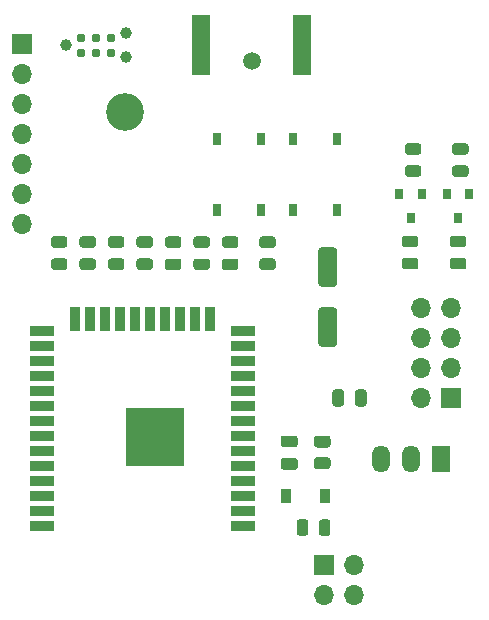
<source format=gts>
G04 #@! TF.GenerationSoftware,KiCad,Pcbnew,(5.1.9-0-10_14)*
G04 #@! TF.CreationDate,2021-10-19T11:17:07+02:00*
G04 #@! TF.ProjectId,ithowifi_4l,6974686f-7769-4666-995f-346c2e6b6963,rev?*
G04 #@! TF.SameCoordinates,Original*
G04 #@! TF.FileFunction,Soldermask,Top*
G04 #@! TF.FilePolarity,Negative*
%FSLAX46Y46*%
G04 Gerber Fmt 4.6, Leading zero omitted, Abs format (unit mm)*
G04 Created by KiCad (PCBNEW (5.1.9-0-10_14)) date 2021-10-19 11:17:07*
%MOMM*%
%LPD*%
G01*
G04 APERTURE LIST*
%ADD10R,0.750000X1.000000*%
%ADD11C,1.500000*%
%ADD12R,0.900000X1.200000*%
%ADD13O,1.700000X1.700000*%
%ADD14R,1.700000X1.700000*%
%ADD15C,3.200000*%
%ADD16C,0.787400*%
%ADD17C,0.990600*%
%ADD18R,2.000000X0.900000*%
%ADD19R,0.900000X2.000000*%
%ADD20R,5.000000X5.000000*%
%ADD21R,1.500000X5.080000*%
%ADD22R,0.800000X0.900000*%
%ADD23O,1.500000X2.300000*%
%ADD24R,1.500000X2.300000*%
G04 APERTURE END LIST*
D10*
X102265000Y-115872000D03*
X102265000Y-121872000D03*
X106015000Y-121872000D03*
X106015000Y-115872000D03*
X112415400Y-121872000D03*
X112415400Y-115872000D03*
X108665400Y-115872000D03*
X108665400Y-121872000D03*
D11*
X105182180Y-109251460D03*
G36*
G01*
X111621502Y-141977500D02*
X110721498Y-141977500D01*
G75*
G02*
X110471500Y-141727502I0J249998D01*
G01*
X110471500Y-141202498D01*
G75*
G02*
X110721498Y-140952500I249998J0D01*
G01*
X111621502Y-140952500D01*
G75*
G02*
X111871500Y-141202498I0J-249998D01*
G01*
X111871500Y-141727502D01*
G75*
G02*
X111621502Y-141977500I-249998J0D01*
G01*
G37*
G36*
G01*
X111621502Y-143802500D02*
X110721498Y-143802500D01*
G75*
G02*
X110471500Y-143552502I0J249998D01*
G01*
X110471500Y-143027498D01*
G75*
G02*
X110721498Y-142777500I249998J0D01*
G01*
X111621502Y-142777500D01*
G75*
G02*
X111871500Y-143027498I0J-249998D01*
G01*
X111871500Y-143552502D01*
G75*
G02*
X111621502Y-143802500I-249998J0D01*
G01*
G37*
D12*
X108125500Y-146084000D03*
X111425500Y-146084000D03*
G36*
G01*
X108852500Y-141951000D02*
X107902500Y-141951000D01*
G75*
G02*
X107652500Y-141701000I0J250000D01*
G01*
X107652500Y-141201000D01*
G75*
G02*
X107902500Y-140951000I250000J0D01*
G01*
X108852500Y-140951000D01*
G75*
G02*
X109102500Y-141201000I0J-250000D01*
G01*
X109102500Y-141701000D01*
G75*
G02*
X108852500Y-141951000I-250000J0D01*
G01*
G37*
G36*
G01*
X108852500Y-143851000D02*
X107902500Y-143851000D01*
G75*
G02*
X107652500Y-143601000I0J250000D01*
G01*
X107652500Y-143101000D01*
G75*
G02*
X107902500Y-142851000I250000J0D01*
G01*
X108852500Y-142851000D01*
G75*
G02*
X109102500Y-143101000I0J-250000D01*
G01*
X109102500Y-143601000D01*
G75*
G02*
X108852500Y-143851000I-250000J0D01*
G01*
G37*
G36*
G01*
X113032000Y-137293000D02*
X113032000Y-138243000D01*
G75*
G02*
X112782000Y-138493000I-250000J0D01*
G01*
X112282000Y-138493000D01*
G75*
G02*
X112032000Y-138243000I0J250000D01*
G01*
X112032000Y-137293000D01*
G75*
G02*
X112282000Y-137043000I250000J0D01*
G01*
X112782000Y-137043000D01*
G75*
G02*
X113032000Y-137293000I0J-250000D01*
G01*
G37*
G36*
G01*
X114932000Y-137293000D02*
X114932000Y-138243000D01*
G75*
G02*
X114682000Y-138493000I-250000J0D01*
G01*
X114182000Y-138493000D01*
G75*
G02*
X113932000Y-138243000I0J250000D01*
G01*
X113932000Y-137293000D01*
G75*
G02*
X114182000Y-137043000I250000J0D01*
G01*
X114682000Y-137043000D01*
G75*
G02*
X114932000Y-137293000I0J-250000D01*
G01*
G37*
G36*
G01*
X112182000Y-128355500D02*
X111082000Y-128355500D01*
G75*
G02*
X110832000Y-128105500I0J250000D01*
G01*
X110832000Y-125280500D01*
G75*
G02*
X111082000Y-125030500I250000J0D01*
G01*
X112182000Y-125030500D01*
G75*
G02*
X112432000Y-125280500I0J-250000D01*
G01*
X112432000Y-128105500D01*
G75*
G02*
X112182000Y-128355500I-250000J0D01*
G01*
G37*
G36*
G01*
X112182000Y-133430500D02*
X111082000Y-133430500D01*
G75*
G02*
X110832000Y-133180500I0J250000D01*
G01*
X110832000Y-130355500D01*
G75*
G02*
X111082000Y-130105500I250000J0D01*
G01*
X112182000Y-130105500D01*
G75*
G02*
X112432000Y-130355500I0J-250000D01*
G01*
X112432000Y-133180500D01*
G75*
G02*
X112182000Y-133430500I-250000J0D01*
G01*
G37*
D13*
X113832000Y-154468000D03*
X111292000Y-154468000D03*
X113832000Y-151928000D03*
D14*
X111292000Y-151928000D03*
D15*
X94488000Y-113538000D03*
D16*
X93306000Y-107266400D03*
X92036000Y-107266400D03*
X93306000Y-108536400D03*
X92036000Y-108536400D03*
X90766000Y-108536400D03*
X90766000Y-107266400D03*
D17*
X94576000Y-108917400D03*
X94576000Y-106885400D03*
X89496000Y-107901400D03*
D18*
X87477600Y-148615400D03*
X87477600Y-147345400D03*
X87477600Y-146075400D03*
X87477600Y-144805400D03*
X87477600Y-143535400D03*
X87477600Y-142265400D03*
X87477600Y-140995400D03*
X87477600Y-139725400D03*
X87477600Y-138455400D03*
X87477600Y-137185400D03*
X87477600Y-135915400D03*
X87477600Y-134645400D03*
X87477600Y-133375400D03*
X87477600Y-132105400D03*
D19*
X90262600Y-131105400D03*
X91532600Y-131105400D03*
X92802600Y-131105400D03*
X94072600Y-131105400D03*
X95342600Y-131105400D03*
X96612600Y-131105400D03*
X97882600Y-131105400D03*
X99152600Y-131105400D03*
X100422600Y-131105400D03*
X101692600Y-131105400D03*
D18*
X104477600Y-132105400D03*
X104477600Y-133375400D03*
X104477600Y-134645400D03*
X104477600Y-135915400D03*
X104477600Y-137185400D03*
X104477600Y-138455400D03*
X104477600Y-139725400D03*
X104477600Y-140995400D03*
X104477600Y-142265400D03*
X104477600Y-143535400D03*
X104477600Y-144805400D03*
X104477600Y-146075400D03*
X104477600Y-147345400D03*
X104477600Y-148615400D03*
D20*
X96977600Y-141115400D03*
G36*
G01*
X106079750Y-125960000D02*
X106992250Y-125960000D01*
G75*
G02*
X107236000Y-126203750I0J-243750D01*
G01*
X107236000Y-126691250D01*
G75*
G02*
X106992250Y-126935000I-243750J0D01*
G01*
X106079750Y-126935000D01*
G75*
G02*
X105836000Y-126691250I0J243750D01*
G01*
X105836000Y-126203750D01*
G75*
G02*
X106079750Y-125960000I243750J0D01*
G01*
G37*
G36*
G01*
X106079750Y-124085000D02*
X106992250Y-124085000D01*
G75*
G02*
X107236000Y-124328750I0J-243750D01*
G01*
X107236000Y-124816250D01*
G75*
G02*
X106992250Y-125060000I-243750J0D01*
G01*
X106079750Y-125060000D01*
G75*
G02*
X105836000Y-124816250I0J243750D01*
G01*
X105836000Y-124328750D01*
G75*
G02*
X106079750Y-124085000I243750J0D01*
G01*
G37*
G36*
G01*
X89356250Y-125051400D02*
X88443750Y-125051400D01*
G75*
G02*
X88200000Y-124807650I0J243750D01*
G01*
X88200000Y-124320150D01*
G75*
G02*
X88443750Y-124076400I243750J0D01*
G01*
X89356250Y-124076400D01*
G75*
G02*
X89600000Y-124320150I0J-243750D01*
G01*
X89600000Y-124807650D01*
G75*
G02*
X89356250Y-125051400I-243750J0D01*
G01*
G37*
G36*
G01*
X89356250Y-126926400D02*
X88443750Y-126926400D01*
G75*
G02*
X88200000Y-126682650I0J243750D01*
G01*
X88200000Y-126195150D01*
G75*
G02*
X88443750Y-125951400I243750J0D01*
G01*
X89356250Y-125951400D01*
G75*
G02*
X89600000Y-126195150I0J-243750D01*
G01*
X89600000Y-126682650D01*
G75*
G02*
X89356250Y-126926400I-243750J0D01*
G01*
G37*
G36*
G01*
X90856750Y-125951400D02*
X91769250Y-125951400D01*
G75*
G02*
X92013000Y-126195150I0J-243750D01*
G01*
X92013000Y-126682650D01*
G75*
G02*
X91769250Y-126926400I-243750J0D01*
G01*
X90856750Y-126926400D01*
G75*
G02*
X90613000Y-126682650I0J243750D01*
G01*
X90613000Y-126195150D01*
G75*
G02*
X90856750Y-125951400I243750J0D01*
G01*
G37*
G36*
G01*
X90856750Y-124076400D02*
X91769250Y-124076400D01*
G75*
G02*
X92013000Y-124320150I0J-243750D01*
G01*
X92013000Y-124807650D01*
G75*
G02*
X91769250Y-125051400I-243750J0D01*
G01*
X90856750Y-125051400D01*
G75*
G02*
X90613000Y-124807650I0J243750D01*
G01*
X90613000Y-124320150D01*
G75*
G02*
X90856750Y-124076400I243750J0D01*
G01*
G37*
G36*
G01*
X94182250Y-125051400D02*
X93269750Y-125051400D01*
G75*
G02*
X93026000Y-124807650I0J243750D01*
G01*
X93026000Y-124320150D01*
G75*
G02*
X93269750Y-124076400I243750J0D01*
G01*
X94182250Y-124076400D01*
G75*
G02*
X94426000Y-124320150I0J-243750D01*
G01*
X94426000Y-124807650D01*
G75*
G02*
X94182250Y-125051400I-243750J0D01*
G01*
G37*
G36*
G01*
X94182250Y-126926400D02*
X93269750Y-126926400D01*
G75*
G02*
X93026000Y-126682650I0J243750D01*
G01*
X93026000Y-126195150D01*
G75*
G02*
X93269750Y-125951400I243750J0D01*
G01*
X94182250Y-125951400D01*
G75*
G02*
X94426000Y-126195150I0J-243750D01*
G01*
X94426000Y-126682650D01*
G75*
G02*
X94182250Y-126926400I-243750J0D01*
G01*
G37*
G36*
G01*
X99008250Y-125065500D02*
X98095750Y-125065500D01*
G75*
G02*
X97852000Y-124821750I0J243750D01*
G01*
X97852000Y-124334250D01*
G75*
G02*
X98095750Y-124090500I243750J0D01*
G01*
X99008250Y-124090500D01*
G75*
G02*
X99252000Y-124334250I0J-243750D01*
G01*
X99252000Y-124821750D01*
G75*
G02*
X99008250Y-125065500I-243750J0D01*
G01*
G37*
G36*
G01*
X99008250Y-126940500D02*
X98095750Y-126940500D01*
G75*
G02*
X97852000Y-126696750I0J243750D01*
G01*
X97852000Y-126209250D01*
G75*
G02*
X98095750Y-125965500I243750J0D01*
G01*
X99008250Y-125965500D01*
G75*
G02*
X99252000Y-126209250I0J-243750D01*
G01*
X99252000Y-126696750D01*
G75*
G02*
X99008250Y-126940500I-243750J0D01*
G01*
G37*
D13*
X85725000Y-123037600D03*
X85725000Y-120497600D03*
X85725000Y-117957600D03*
X85725000Y-115417600D03*
X85725000Y-112877600D03*
X85725000Y-110337600D03*
D14*
X85725000Y-107797600D03*
G36*
G01*
X110886900Y-149207250D02*
X110886900Y-148294750D01*
G75*
G02*
X111130650Y-148051000I243750J0D01*
G01*
X111618150Y-148051000D01*
G75*
G02*
X111861900Y-148294750I0J-243750D01*
G01*
X111861900Y-149207250D01*
G75*
G02*
X111618150Y-149451000I-243750J0D01*
G01*
X111130650Y-149451000D01*
G75*
G02*
X110886900Y-149207250I0J243750D01*
G01*
G37*
G36*
G01*
X109011900Y-149207250D02*
X109011900Y-148294750D01*
G75*
G02*
X109255650Y-148051000I243750J0D01*
G01*
X109743150Y-148051000D01*
G75*
G02*
X109986900Y-148294750I0J-243750D01*
G01*
X109986900Y-149207250D01*
G75*
G02*
X109743150Y-149451000I-243750J0D01*
G01*
X109255650Y-149451000D01*
G75*
G02*
X109011900Y-149207250I0J243750D01*
G01*
G37*
G36*
G01*
X96595250Y-125051400D02*
X95682750Y-125051400D01*
G75*
G02*
X95439000Y-124807650I0J243750D01*
G01*
X95439000Y-124320150D01*
G75*
G02*
X95682750Y-124076400I243750J0D01*
G01*
X96595250Y-124076400D01*
G75*
G02*
X96839000Y-124320150I0J-243750D01*
G01*
X96839000Y-124807650D01*
G75*
G02*
X96595250Y-125051400I-243750J0D01*
G01*
G37*
G36*
G01*
X96595250Y-126926400D02*
X95682750Y-126926400D01*
G75*
G02*
X95439000Y-126682650I0J243750D01*
G01*
X95439000Y-126195150D01*
G75*
G02*
X95682750Y-125951400I243750J0D01*
G01*
X96595250Y-125951400D01*
G75*
G02*
X96839000Y-126195150I0J-243750D01*
G01*
X96839000Y-126682650D01*
G75*
G02*
X96595250Y-126926400I-243750J0D01*
G01*
G37*
D21*
X100931400Y-107848400D03*
X109431400Y-107848400D03*
G36*
G01*
X101421250Y-125065500D02*
X100508750Y-125065500D01*
G75*
G02*
X100265000Y-124821750I0J243750D01*
G01*
X100265000Y-124334250D01*
G75*
G02*
X100508750Y-124090500I243750J0D01*
G01*
X101421250Y-124090500D01*
G75*
G02*
X101665000Y-124334250I0J-243750D01*
G01*
X101665000Y-124821750D01*
G75*
G02*
X101421250Y-125065500I-243750J0D01*
G01*
G37*
G36*
G01*
X101421250Y-126940500D02*
X100508750Y-126940500D01*
G75*
G02*
X100265000Y-126696750I0J243750D01*
G01*
X100265000Y-126209250D01*
G75*
G02*
X100508750Y-125965500I243750J0D01*
G01*
X101421250Y-125965500D01*
G75*
G02*
X101665000Y-126209250I0J-243750D01*
G01*
X101665000Y-126696750D01*
G75*
G02*
X101421250Y-126940500I-243750J0D01*
G01*
G37*
G36*
G01*
X103834250Y-125065500D02*
X102921750Y-125065500D01*
G75*
G02*
X102678000Y-124821750I0J243750D01*
G01*
X102678000Y-124334250D01*
G75*
G02*
X102921750Y-124090500I243750J0D01*
G01*
X103834250Y-124090500D01*
G75*
G02*
X104078000Y-124334250I0J-243750D01*
G01*
X104078000Y-124821750D01*
G75*
G02*
X103834250Y-125065500I-243750J0D01*
G01*
G37*
G36*
G01*
X103834250Y-126940500D02*
X102921750Y-126940500D01*
G75*
G02*
X102678000Y-126696750I0J243750D01*
G01*
X102678000Y-126209250D01*
G75*
G02*
X102921750Y-125965500I243750J0D01*
G01*
X103834250Y-125965500D01*
G75*
G02*
X104078000Y-126209250I0J-243750D01*
G01*
X104078000Y-126696750D01*
G75*
G02*
X103834250Y-126940500I-243750J0D01*
G01*
G37*
G36*
G01*
X118161750Y-125911000D02*
X119074250Y-125911000D01*
G75*
G02*
X119318000Y-126154750I0J-243750D01*
G01*
X119318000Y-126642250D01*
G75*
G02*
X119074250Y-126886000I-243750J0D01*
G01*
X118161750Y-126886000D01*
G75*
G02*
X117918000Y-126642250I0J243750D01*
G01*
X117918000Y-126154750D01*
G75*
G02*
X118161750Y-125911000I243750J0D01*
G01*
G37*
G36*
G01*
X118161750Y-124036000D02*
X119074250Y-124036000D01*
G75*
G02*
X119318000Y-124279750I0J-243750D01*
G01*
X119318000Y-124767250D01*
G75*
G02*
X119074250Y-125011000I-243750J0D01*
G01*
X118161750Y-125011000D01*
G75*
G02*
X117918000Y-124767250I0J243750D01*
G01*
X117918000Y-124279750D01*
G75*
G02*
X118161750Y-124036000I243750J0D01*
G01*
G37*
G36*
G01*
X122225750Y-125911000D02*
X123138250Y-125911000D01*
G75*
G02*
X123382000Y-126154750I0J-243750D01*
G01*
X123382000Y-126642250D01*
G75*
G02*
X123138250Y-126886000I-243750J0D01*
G01*
X122225750Y-126886000D01*
G75*
G02*
X121982000Y-126642250I0J243750D01*
G01*
X121982000Y-126154750D01*
G75*
G02*
X122225750Y-125911000I243750J0D01*
G01*
G37*
G36*
G01*
X122225750Y-124036000D02*
X123138250Y-124036000D01*
G75*
G02*
X123382000Y-124279750I0J-243750D01*
G01*
X123382000Y-124767250D01*
G75*
G02*
X123138250Y-125011000I-243750J0D01*
G01*
X122225750Y-125011000D01*
G75*
G02*
X121982000Y-124767250I0J243750D01*
G01*
X121982000Y-124279750D01*
G75*
G02*
X122225750Y-124036000I243750J0D01*
G01*
G37*
G36*
G01*
X118415750Y-118074400D02*
X119328250Y-118074400D01*
G75*
G02*
X119572000Y-118318150I0J-243750D01*
G01*
X119572000Y-118805650D01*
G75*
G02*
X119328250Y-119049400I-243750J0D01*
G01*
X118415750Y-119049400D01*
G75*
G02*
X118172000Y-118805650I0J243750D01*
G01*
X118172000Y-118318150D01*
G75*
G02*
X118415750Y-118074400I243750J0D01*
G01*
G37*
G36*
G01*
X118415750Y-116199400D02*
X119328250Y-116199400D01*
G75*
G02*
X119572000Y-116443150I0J-243750D01*
G01*
X119572000Y-116930650D01*
G75*
G02*
X119328250Y-117174400I-243750J0D01*
G01*
X118415750Y-117174400D01*
G75*
G02*
X118172000Y-116930650I0J243750D01*
G01*
X118172000Y-116443150D01*
G75*
G02*
X118415750Y-116199400I243750J0D01*
G01*
G37*
G36*
G01*
X123316050Y-117174400D02*
X122403550Y-117174400D01*
G75*
G02*
X122159800Y-116930650I0J243750D01*
G01*
X122159800Y-116443150D01*
G75*
G02*
X122403550Y-116199400I243750J0D01*
G01*
X123316050Y-116199400D01*
G75*
G02*
X123559800Y-116443150I0J-243750D01*
G01*
X123559800Y-116930650D01*
G75*
G02*
X123316050Y-117174400I-243750J0D01*
G01*
G37*
G36*
G01*
X123316050Y-119049400D02*
X122403550Y-119049400D01*
G75*
G02*
X122159800Y-118805650I0J243750D01*
G01*
X122159800Y-118318150D01*
G75*
G02*
X122403550Y-118074400I243750J0D01*
G01*
X123316050Y-118074400D01*
G75*
G02*
X123559800Y-118318150I0J-243750D01*
G01*
X123559800Y-118805650D01*
G75*
G02*
X123316050Y-119049400I-243750J0D01*
G01*
G37*
D22*
X118658600Y-122539000D03*
X117708600Y-120539000D03*
X119608600Y-120539000D03*
X122656600Y-122539000D03*
X121706600Y-120539000D03*
X123606600Y-120539000D03*
D23*
X116179600Y-142951200D03*
X118719600Y-142951200D03*
D24*
X121259600Y-142951200D03*
D14*
X122047000Y-137795000D03*
D13*
X119507000Y-137795000D03*
X122047000Y-135255000D03*
X119507000Y-135255000D03*
X122047000Y-132715000D03*
X119507000Y-132715000D03*
X122047000Y-130175000D03*
X119507000Y-130175000D03*
M02*

</source>
